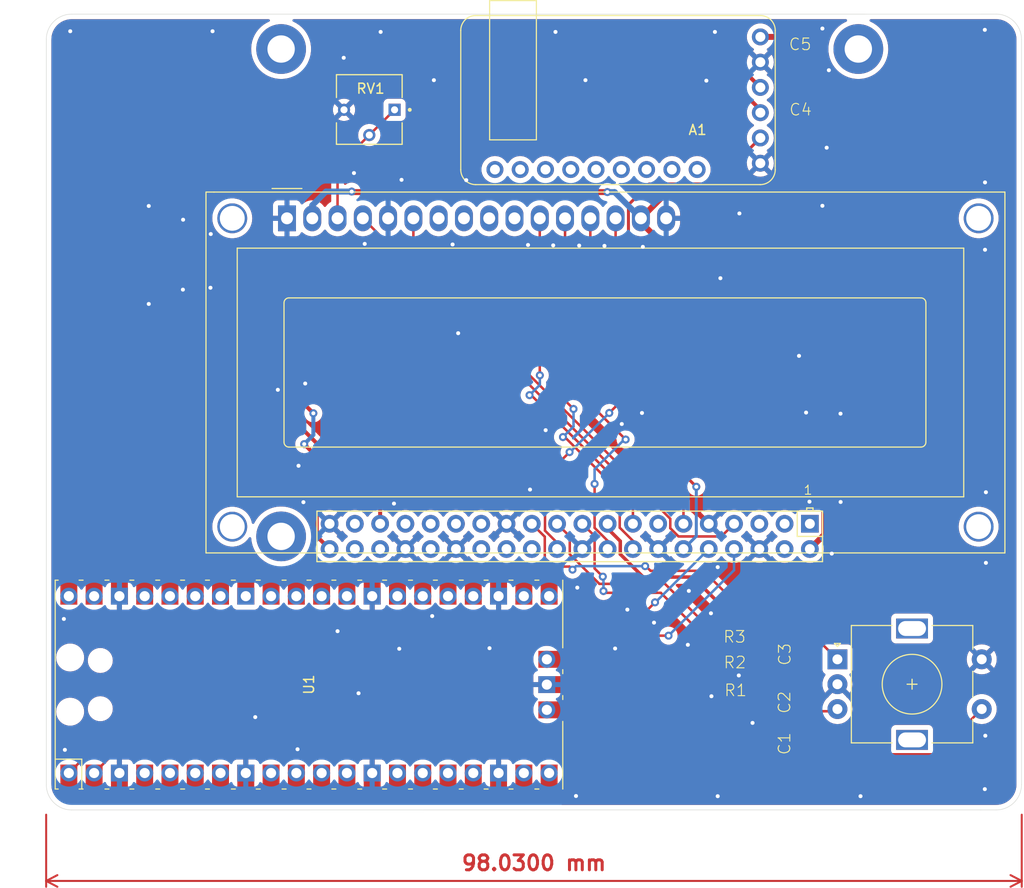
<source format=kicad_pcb>
(kicad_pcb (version 20211014) (generator pcbnew)
  (layers (0 "F.Cu" signal) (31 "B.Cu" signal) (34 "B.Paste" user) (35 "F.Paste" user) (36 "B.SilkS" user "B.Silkscreen") (37 "F.SilkS" user "F.Silkscreen") (38 "B.Mask" user) (39 "F.Mask" user) (44 "Edge.Cuts" user))
  (net 0 "")
  (net 10 "GND")
  (net 11 "/DAC BCK")
  (net 12 "/DAC DIN")
  (net 13 "/DAC LCK")
  (net 14 "+5V")
  (net 15 "/enc sw")
  (net 16 "/enc dt")
  (net 17 "/enc clk")
  (net 18 "Net-(DS1-Pad3)")
  (net 19 "/LCD RS")
  (net 20 "/LCD E")
  (net 25 "/LCD D4")
  (net 26 "/LCD D5")
  (net 27 "/LCD D6")
  (net 28 "/LCD D7")
  (net 29 "+3.3V")
  (net 30 "/midi in")
  (net 31 "/midi out")
  (footprint "Rotary_Encoder:RotaryEncoder_Alps_EC11E-Switch_Vertical_H20mm" (layer "F.Cu") (at 173.1 124.74)
    (fp_text reference "SW1" hide)
    (fp_text value "RotaryEncoder_Switch")
    (pad "A" thru_hole rect (at 0 0) (size 2 2) (drill 1) (layers *.Cu *.Mask) (net 17 "/enc clk"))
    (pad "B" thru_hole circle (at 0 5) (size 2 2) (drill 1) (layers *.Cu *.Mask) (net 16 "/enc dt"))
    (pad "C" thru_hole circle (at 0 2.5) (size 2 2) (drill 1) (layers *.Cu *.Mask) (net 10 "GND"))
    (pad "MP" thru_hole rect (at 7.5 -3.1) (size 3.2 2) (drill oval 2.8 1.5) (layers *.Cu *.Mask))
    (pad "MP" thru_hole rect (at 7.5 8.1) (size 3.2 2) (drill oval 2.8 1.5) (layers *.Cu *.Mask))
    (pad "S1" thru_hole circle (at 14.5 5) (size 2 2) (drill 1) (layers *.Cu *.Mask) (net 15 "/enc sw"))
    (pad "S2" thru_hole circle (at 14.5 0) (size 2 2) (drill 1) (layers *.Cu *.Mask) (net 10 "GND"))
  )
  (footprint "norns-shield-210330:C0805" (layer "F.Cu") (at 169.7 124.27 90)
    (fp_text reference "C3" (at 1.24 -1.21 90) (layer "F.SilkS") (effects (font (size 1.1684 1.1684) (thickness 0.1016)) (justify right bottom)))
    (fp_text value "100nF")
    (pad "1" smd rect (at -0.95 0 90) (size 1.3 1.5) (layers "F.Cu" "F.Paste" "F.Mask") (net 10 "GND"))
    (pad "2" smd rect (at 0.95 0 90) (size 1.3 1.5) (layers "F.Cu" "F.Paste" "F.Mask") (net 17 "/enc clk"))
  )
  (footprint "norns-shield-210330:R0603" (layer "F.Cu") (at 165.54 127.95)
    (fp_text reference "R1" (at -3.88 0.59) (layer "F.SilkS") (effects (font (size 1.1684 1.1684) (thickness 0.1016)) (justify left bottom)))
    (fp_text value "10k")
    (pad "1" smd rect (at -0.85 0) (size 1 1.1) (layers "F.Cu" "F.Paste" "F.Mask") (net 29 "+3.3V"))
    (pad "2" smd rect (at 0.85 0) (size 1 1.1) (layers "F.Cu" "F.Paste" "F.Mask") (net 15 "/enc sw"))
  )
  (footprint "norns-shield-210330:C0805" (layer "F.Cu") (at 169.42 67.48)
    (fp_text reference "C4" (at -1.23 2.68) (layer "F.SilkS") (effects (font (size 1.1684 1.1684) (thickness 0.1016)) (justify left bottom)))
    (fp_text value "10uF")
    (pad "1" smd rect (at -0.95 0) (size 1.3 1.5) (layers "F.Cu" "F.Paste" "F.Mask") (net 10 "GND"))
    (pad "2" smd rect (at 0.95 0) (size 1.3 1.5) (layers "F.Cu" "F.Paste" "F.Mask") (net 14 "+5V"))
  )
  (footprint "norns-shield-210330:R0603" (layer "F.Cu") (at 165.54 125.12)
    (fp_text reference "R2" (at -3.95 0.62) (layer "F.SilkS") (effects (font (size 1.1684 1.1684) (thickness 0.1016)) (justify left bottom)))
    (fp_text value "10k")
    (pad "1" smd rect (at -0.85 0) (size 1 1.1) (layers "F.Cu" "F.Paste" "F.Mask") (net 29 "+3.3V"))
    (pad "2" smd rect (at 0.85 0) (size 1 1.1) (layers "F.Cu" "F.Paste" "F.Mask") (net 16 "/enc dt"))
  )
  (footprint "Display:WC1602A" (layer "F.Cu") (at 117.79 80.4)
    (fp_text reference "DS1" hide)
    (fp_text value "WC1602A")
    (pad "" thru_hole circle (at -5.4991 31.0007) (size 3 3) (drill 2.5) (layers *.Cu *.Mask))
    (pad "" thru_hole circle (at 69.49948 31.0007) (size 3 3) (drill 2.5) (layers *.Cu *.Mask))
    (pad "" thru_hole circle (at -5.4991 0) (size 3 3) (drill 2.5) (layers *.Cu *.Mask))
    (pad "" thru_hole circle (at 69.5 0) (size 3 3) (drill 2.5) (layers *.Cu *.Mask))
    (pad "1" thru_hole rect (at 0 0) (size 1.8 2.6) (drill 1.2) (layers *.Cu *.Mask) (net 10 "GND"))
    (pad "2" thru_hole oval (at 2.54 0) (size 1.8 2.6) (drill 1.2) (layers *.Cu *.Mask) (net 14 "+5V"))
    (pad "3" thru_hole oval (at 5.08 0) (size 1.8 2.6) (drill 1.2) (layers *.Cu *.Mask) (net 18 "Net-(DS1-Pad3)"))
    (pad "4" thru_hole oval (at 7.62 0) (size 1.8 2.6) (drill 1.2) (layers *.Cu *.Mask) (net 19 "/LCD RS"))
    (pad "5" thru_hole oval (at 10.16 0) (size 1.8 2.6) (drill 1.2) (layers *.Cu *.Mask) (net 10 "GND"))
    (pad "6" thru_hole oval (at 12.7 0) (size 1.8 2.6) (drill 1.2) (layers *.Cu *.Mask) (net 20 "/LCD E"))
    (pad "7" thru_hole oval (at 15.24 0) (size 1.8 2.6) (drill 1.2) (layers *.Cu *.Mask))
    (pad "8" thru_hole oval (at 17.78 0) (size 1.8 2.6) (drill 1.2) (layers *.Cu *.Mask))
    (pad "9" thru_hole oval (at 20.32 0) (size 1.8 2.6) (drill 1.2) (layers *.Cu *.Mask))
    (pad "10" thru_hole oval (at 22.86 0) (size 1.8 2.6) (drill 1.2) (layers *.Cu *.Mask))
    (pad "11" thru_hole oval (at 25.4 0) (size 1.8 2.6) (drill 1.2) (layers *.Cu *.Mask) (net 25 "/LCD D4"))
    (pad "12" thru_hole oval (at 27.94 0) (size 1.8 2.6) (drill 1.2) (layers *.Cu *.Mask) (net 26 "/LCD D5"))
    (pad "13" thru_hole oval (at 30.48 0) (size 1.8 2.6) (drill 1.2) (layers *.Cu *.Mask) (net 27 "/LCD D6"))
    (pad "14" thru_hole oval (at 33.02 0) (size 1.8 2.6) (drill 1.2) (layers *.Cu *.Mask) (net 28 "/LCD D7"))
    (pad "15" thru_hole oval (at 35.56 0) (size 1.8 2.6) (drill 1.2) (layers *.Cu *.Mask) (net 14 "+5V"))
    (pad "16" thru_hole oval (at 38.1 0) (size 1.8 2.6) (drill 1.2) (layers *.Cu *.Mask) (net 10 "GND"))
  )
  (footprint "norns-shield-210330:C0805" (layer "F.Cu") (at 169.7 129.01 -90)
    (fp_text reference "C2" (at -1.15 1.24 90) (layer "F.SilkS") (effects (font (size 1.1684 1.1684) (thickness 0.1016)) (justify right bottom)))
    (fp_text value "100nF")
    (pad "1" smd rect (at -0.95 0 270) (size 1.3 1.5) (layers "F.Cu" "F.Paste" "F.Mask") (net 10 "GND"))
    (pad "2" smd rect (at 0.95 0 270) (size 1.3 1.5) (layers "F.Cu" "F.Paste" "F.Mask") (net 16 "/enc dt"))
  )
  (footprint "norns-shield-210330:C0805" (layer "F.Cu") (at 169.74 133.34 -90)
    (fp_text reference "C1" (at -1.33 1.28 90) (layer "F.SilkS") (effects (font (size 1.1684 1.1684) (thickness 0.1016)) (justify right bottom)))
    (fp_text value "100nF")
    (pad "1" smd rect (at -0.95 0 270) (size 1.3 1.5) (layers "F.Cu" "F.Paste" "F.Mask") (net 10 "GND"))
    (pad "2" smd rect (at 0.95 0 270) (size 1.3 1.5) (layers "F.Cu" "F.Paste" "F.Mask") (net 15 "/enc sw"))
  )
  (footprint "norns-shield-210330:R0603" (layer "F.Cu") (at 165.5 122.55 180)
    (fp_text reference "R3" (at 1.53 -0.61) (layer "F.SilkS") (effects (font (size 1.1684 1.1684) (thickness 0.1016)) (justify right bottom)))
    (fp_text value "10k")
    (pad "1" smd rect (at -0.85 0 180) (size 1 1.1) (layers "F.Cu" "F.Paste" "F.Mask") (net 17 "/enc clk"))
    (pad "2" smd rect (at 0.85 0 180) (size 1 1.1) (layers "F.Cu" "F.Paste" "F.Mask") (net 29 "+3.3V"))
  )
  (footprint "MCU_RaspberryPi_and_Boards:RPi_Pico_SMD_TH" (layer "F.Cu") (at 120 127.28 90)
    (fp_text reference "U1" (at 0 0 90) (layer "F.SilkS"))
    (fp_text value "Pico")
    (pad "" np_thru_hole oval (at -2.425 -20.97 90) (size 1.5 1.5) (drill 1.5) (layers *.Cu *.Mask))
    (pad "" np_thru_hole oval (at 2.425 -20.97 90) (size 1.5 1.5) (drill 1.5) (layers *.Cu *.Mask))
    (pad "" np_thru_hole oval (at 2.725 -24 90) (size 1.8 1.8) (drill 1.8) (layers *.Cu *.Mask))
    (pad "" np_thru_hole oval (at -2.725 -24 90) (size 1.8 1.8) (drill 1.8) (layers *.Cu *.Mask))
    (pad "1" thru_hole oval (at -8.89 -24.13 90) (size 1.7 1.7) (drill 1.02) (layers *.Cu *.Mask) (net 30 "/midi in"))
    (pad "1" smd rect (at -8.89 -24.13 90) (size 3.5 1.7) (drill (offset -0.9 0)) (layers "F.Cu" "F.Mask") (net 30 "/midi in"))
    (pad "2" smd rect (at -8.89 -21.59 90) (size 3.5 1.7) (drill (offset -0.9 0)) (layers "F.Cu" "F.Mask") (net 31 "/midi out"))
    (pad "2" thru_hole oval (at -8.89 -21.59 90) (size 1.7 1.7) (drill 1.02) (layers *.Cu *.Mask) (net 31 "/midi out"))
    (pad "3" thru_hole rect (at -8.89 -19.05 90) (size 1.7 1.7) (drill 1.02) (layers *.Cu *.Mask) (net 10 "GND"))
    (pad "3" smd rect (at -8.89 -19.05 90) (size 3.5 1.7) (drill (offset -0.9 0)) (layers "F.Cu" "F.Mask") (net 10 "GND"))
    (pad "4" smd rect (at -8.89 -16.51 90) (size 3.5 1.7) (drill (offset -0.9 0)) (layers "F.Cu" "F.Mask"))
    (pad "4" thru_hole oval (at -8.89 -16.51 90) (size 1.7 1.7) (drill 1.02) (layers *.Cu *.Mask))
    (pad "5" smd rect (at -8.89 -13.97 90) (size 3.5 1.7) (drill (offset -0.9 0)) (layers "F.Cu" "F.Mask"))
    (pad "5" thru_hole oval (at -8.89 -13.97 90) (size 1.7 1.7) (drill 1.02) (layers *.Cu *.Mask))
    (pad "6" thru_hole oval (at -8.89 -11.43 90) (size 1.7 1.7) (drill 1.02) (layers *.Cu *.Mask))
    (pad "6" smd rect (at -8.89 -11.43 90) (size 3.5 1.7) (drill (offset -0.9 0)) (layers "F.Cu" "F.Mask"))
    (pad "7" thru_hole oval (at -8.89 -8.89 90) (size 1.7 1.7) (drill 1.02) (layers *.Cu *.Mask))
    (pad "7" smd rect (at -8.89 -8.89 90) (size 3.5 1.7) (drill (offset -0.9 0)) (layers "F.Cu" "F.Mask"))
    (pad "8" smd rect (at -8.89 -6.35 90) (size 3.5 1.7) (drill (offset -0.9 0)) (layers "F.Cu" "F.Mask") (net 10 "GND"))
    (pad "8" thru_hole rect (at -8.89 -6.35 90) (size 1.7 1.7) (drill 1.02) (layers *.Cu *.Mask) (net 10 "GND"))
    (pad "9" smd rect (at -8.89 -3.81 90) (size 3.5 1.7) (drill (offset -0.9 0)) (layers "F.Cu" "F.Mask"))
    (pad "9" thru_hole oval (at -8.89 -3.81 90) (size 1.7 1.7) (drill 1.02) (layers *.Cu *.Mask))
    (pad "10" thru_hole oval (at -8.89 -1.27 90) (size 1.7 1.7) (drill 1.02) (layers *.Cu *.Mask))
    (pad "10" smd rect (at -8.89 -1.27 90) (size 3.5 1.7) (drill (offset -0.9 0)) (layers "F.Cu" "F.Mask"))
    (pad "11" smd rect (at -8.89 1.27 90) (size 3.5 1.7) (drill (offset -0.9 0)) (layers "F.Cu" "F.Mask"))
    (pad "11" thru_hole oval (at -8.89 1.27 90) (size 1.7 1.7) (drill 1.02) (layers *.Cu *.Mask))
    (pad "12" smd rect (at -8.89 3.81 90) (size 3.5 1.7) (drill (offset -0.9 0)) (layers "F.Cu" "F.Mask"))
    (pad "12" thru_hole oval (at -8.89 3.81 90) (size 1.7 1.7) (drill 1.02) (layers *.Cu *.Mask))
    (pad "13" smd rect (at -8.89 6.35 90) (size 3.5 1.7) (drill (offset -0.9 0)) (layers "F.Cu" "F.Mask") (net 10 "GND"))
    (pad "13" thru_hole rect (at -8.89 6.35 90) (size 1.7 1.7) (drill 1.02) (layers *.Cu *.Mask) (net 10 "GND"))
    (pad "14" smd rect (at -8.89 8.89 90) (size 3.5 1.7) (drill (offset -0.9 0)) (layers "F.Cu" "F.Mask"))
    (pad "14" thru_hole oval (at -8.89 8.89 90) (size 1.7 1.7) (drill 1.02) (layers *.Cu *.Mask))
    (pad "15" thru_hole oval (at -8.89 11.43 90) (size 1.7 1.7) (drill 1.02) (layers *.Cu *.Mask))
    (pad "15" smd rect (at -8.89 11.43 90) (size 3.5 1.7) (drill (offset -0.9 0)) (layers "F.Cu" "F.Mask"))
    (pad "16" thru_hole oval (at -8.89 13.97 90) (size 1.7 1.7) (drill 1.02) (layers *.Cu *.Mask))
    (pad "16" smd rect (at -8.89 13.97 90) (size 3.5 1.7) (drill (offset -0.9 0)) (layers "F.Cu" "F.Mask"))
    (pad "17" smd rect (at -8.89 16.51 90) (size 3.5 1.7) (drill (offset -0.9 0)) (layers "F.Cu" "F.Mask"))
    (pad "17" thru_hole oval (at -8.89 16.51 90) (size 1.7 1.7) (drill 1.02) (layers *.Cu *.Mask))
    (pad "18" thru_hole rect (at -8.89 19.05 90) (size 1.7 1.7) (drill 1.02) (layers *.Cu *.Mask) (net 10 "GND"))
    (pad "18" smd rect (at -8.89 19.05 90) (size 3.5 1.7) (drill (offset -0.9 0)) (layers "F.Cu" "F.Mask") (net 10 "GND"))
    (pad "19" smd rect (at -8.89 21.59 90) (size 3.5 1.7) (drill (offset -0.9 0)) (layers "F.Cu" "F.Mask"))
    (pad "19" thru_hole oval (at -8.89 21.59 90) (size 1.7 1.7) (drill 1.02) (layers *.Cu *.Mask))
    (pad "20" thru_hole oval (at -8.89 24.13 90) (size 1.7 1.7) (drill 1.02) (layers *.Cu *.Mask))
    (pad "20" smd rect (at -8.89 24.13 90) (size 3.5 1.7) (drill (offset -0.9 0)) (layers "F.Cu" "F.Mask"))
    (pad "21" smd rect (at 8.89 24.13 90) (size 3.5 1.7) (drill (offset 0.9 0)) (layers "F.Cu" "F.Mask"))
    (pad "21" thru_hole oval (at 8.89 24.13 90) (size 1.7 1.7) (drill 1.02) (layers *.Cu *.Mask))
    (pad "22" smd rect (at 8.89 21.59 90) (size 3.5 1.7) (drill (offset 0.9 0)) (layers "F.Cu" "F.Mask"))
    (pad "22" thru_hole oval (at 8.89 21.59 90) (size 1.7 1.7) (drill 1.02) (layers *.Cu *.Mask))
    (pad "23" smd rect (at 8.89 19.05 90) (size 3.5 1.7) (drill (offset 0.9 0)) (layers "F.Cu" "F.Mask") (net 10 "GND"))
    (pad "23" thru_hole rect (at 8.89 19.05 90) (size 1.7 1.7) (drill 1.02) (layers *.Cu *.Mask) (net 10 "GND"))
    (pad "24" thru_hole oval (at 8.89 16.51 90) (size 1.7 1.7) (drill 1.02) (layers *.Cu *.Mask))
    (pad "24" smd rect (at 8.89 16.51 90) (size 3.5 1.7) (drill (offset 0.9 0)) (layers "F.Cu" "F.Mask"))
    (pad "25" smd rect (at 8.89 13.97 90) (size 3.5 1.7) (drill (offset 0.9 0)) (layers "F.Cu" "F.Mask"))
    (pad "25" thru_hole oval (at 8.89 13.97 90) (size 1.7 1.7) (drill 1.02) (layers *.Cu *.Mask))
    (pad "26" thru_hole oval (at 8.89 11.43 90) (size 1.7 1.7) (drill 1.02) (layers *.Cu *.Mask))
    (pad "26" smd rect (at 8.89 11.43 90) (size 3.5 1.7) (drill (offset 0.9 0)) (layers "F.Cu" "F.Mask"))
    (pad "27" smd rect (at 8.89 8.89 90) (size 3.5 1.7) (drill (offset 0.9 0)) (layers "F.Cu" "F.Mask"))
    (pad "27" thru_hole oval (at 8.89 8.89 90) (size 1.7 1.7) (drill 1.02) (layers *.Cu *.Mask))
    (pad "28" thru_hole rect (at 8.89 6.35 90) (size 1.7 1.7) (drill 1.02) (layers *.Cu *.Mask) (net 10 "GND"))
    (pad "28" smd rect (at 8.89 6.35 90) (size 3.5 1.7) (drill (offset 0.9 0)) (layers "F.Cu" "F.Mask") (net 10 "GND"))
    (pad "29" smd rect (at 8.89 3.81 90) (size 3.5 1.7) (drill (offset 0.9 0)) (layers "F.Cu" "F.Mask"))
    (pad "29" thru_hole oval (at 8.89 3.81 90) (size 1.7 1.7) (drill 1.02) (layers *.Cu *.Mask))
    (pad "30" smd rect (at 8.89 1.27 90) (size 3.5 1.7) (drill (offset 0.9 0)) (layers "F.Cu" "F.Mask"))
    (pad "30" thru_hole oval (at 8.89 1.27 90) (size 1.7 1.7) (drill 1.02) (layers *.Cu *.Mask))
    (pad "31" smd rect (at 8.89 -1.27 90) (size 3.5 1.7) (drill (offset 0.9 0)) (layers "F.Cu" "F.Mask"))
    (pad "31" thru_hole oval (at 8.89 -1.27 90) (size 1.7 1.7) (drill 1.02) (layers *.Cu *.Mask))
    (pad "32" smd rect (at 8.89 -3.81 90) (size 3.5 1.7) (drill (offset 0.9 0)) (layers "F.Cu" "F.Mask"))
    (pad "32" thru_hole oval (at 8.89 -3.81 90) (size 1.7 1.7) (drill 1.02) (layers *.Cu *.Mask))
    (pad "33" thru_hole rect (at 8.89 -6.35 90) (size 1.7 1.7) (drill 1.02) (layers *.Cu *.Mask))
    (pad "33" smd rect (at 8.89 -6.35 90) (size 3.5 1.7) (drill (offset 0.9 0)) (layers "F.Cu" "F.Mask"))
    (pad "34" smd rect (at 8.89 -8.89 90) (size 3.5 1.7) (drill (offset 0.9 0)) (layers "F.Cu" "F.Mask"))
    (pad "34" thru_hole oval (at 8.89 -8.89 90) (size 1.7 1.7) (drill 1.02) (layers *.Cu *.Mask))
    (pad "35" thru_hole oval (at 8.89 -11.43 90) (size 1.7 1.7) (drill 1.02) (layers *.Cu *.Mask))
    (pad "35" smd rect (at 8.89 -11.43 90) (size 3.5 1.7) (drill (offset 0.9 0)) (layers "F.Cu" "F.Mask"))
    (pad "36" thru_hole oval (at 8.89 -13.97 90) (size 1.7 1.7) (drill 1.02) (layers *.Cu *.Mask))
    (pad "36" smd rect (at 8.89 -13.97 90) (size 3.5 1.7) (drill (offset 0.9 0)) (layers "F.Cu" "F.Mask"))
    (pad "37" smd rect (at 8.89 -16.51 90) (size 3.5 1.7) (drill (offset 0.9 0)) (layers "F.Cu" "F.Mask"))
    (pad "37" thru_hole oval (at 8.89 -16.51 90) (size 1.7 1.7) (drill 1.02) (layers *.Cu *.Mask))
    (pad "38" thru_hole rect (at 8.89 -19.05 90) (size 1.7 1.7) (drill 1.02) (layers *.Cu *.Mask) (net 10 "GND"))
    (pad "38" smd rect (at 8.89 -19.05 90) (size 3.5 1.7) (drill (offset 0.9 0)) (layers "F.Cu" "F.Mask") (net 10 "GND"))
    (pad "39" thru_hole oval (at 8.89 -21.59 90) (size 1.7 1.7) (drill 1.02) (layers *.Cu *.Mask))
    (pad "39" smd rect (at 8.89 -21.59 90) (size 3.5 1.7) (drill (offset 0.9 0)) (layers "F.Cu" "F.Mask"))
    (pad "40" thru_hole oval (at 8.89 -24.13 90) (size 1.7 1.7) (drill 1.02) (layers *.Cu *.Mask))
    (pad "40" smd rect (at 8.89 -24.13 90) (size 3.5 1.7) (drill (offset 0.9 0)) (layers "F.Cu" "F.Mask"))
    (pad "41" thru_hole oval (at -2.54 23.9 90) (size 1.7 1.7) (drill 1.02) (layers *.Cu *.Mask))
    (pad "41" smd rect (at -2.54 23.9 180) (size 3.5 1.7) (drill (offset -0.9 0)) (layers "F.Cu" "F.Mask"))
    (pad "42" thru_hole rect (at 0 23.9 90) (size 1.7 1.7) (drill 1.02) (layers *.Cu *.Mask) (net 10 "GND"))
    (pad "42" smd rect (at 0 23.9 180) (size 3.5 1.7) (drill (offset -0.9 0)) (layers "F.Cu" "F.Mask") (net 10 "GND"))
    (pad "43" smd rect (at 2.54 23.9 180) (size 3.5 1.7) (drill (offset -0.9 0)) (layers "F.Cu" "F.Mask"))
    (pad "43" thru_hole oval (at 2.54 23.9 90) (size 1.7 1.7) (drill 1.02) (layers *.Cu *.Mask))
  )
  (footprint "norns-shield-210330:GY-PCM5102" (layer "F.Cu") (at 151.05 68.51 180)
    (fp_text reference "A1" (at -8 -3) (layer "F.SilkS"))
    (fp_text value "GY-PCM5102")
    (pad "1" thru_hole circle locked (at -14.305 -6.35 180) (size 1.7 1.7) (drill 1) (layers *.Cu *.Mask) (net 10 "GND"))
    (pad "2" thru_hole circle locked (at -14.305 -3.81 180) (size 1.7 1.7) (drill 1) (layers *.Cu *.Mask) (net 11 "/DAC BCK"))
    (pad "3" thru_hole circle locked (at -14.305 -1.27 180) (size 1.7 1.7) (drill 1) (layers *.Cu *.Mask) (net 12 "/DAC DIN"))
    (pad "4" thru_hole circle locked (at -14.305 1.27 180) (size 1.7 1.7) (drill 1) (layers *.Cu *.Mask) (net 13 "/DAC LCK"))
    (pad "5" thru_hole circle locked (at -14.305 3.81 180) (size 1.7 1.7) (drill 1) (layers *.Cu *.Mask) (net 10 "GND"))
    (pad "6" thru_hole circle locked (at -14.305 6.35 180) (size 1.7 1.7) (drill 1) (layers *.Cu *.Mask) (net 14 "+5V"))
    (pad "7" thru_hole circle locked (at 12.365 -6.985 180) (size 1.7 1.7) (drill 1) (layers *.Cu *.Mask))
    (pad "8" thru_hole circle locked (at 9.825 -6.985 180) (size 1.7 1.7) (drill 1) (layers *.Cu *.Mask))
    (pad "9" thru_hole circle locked (at 7.285 -6.985 180) (size 1.7 1.7) (drill 1) (layers *.Cu *.Mask))
    (pad "10" thru_hole circle locked (at 4.745 -6.985 180) (size 1.7 1.7) (drill 1) (layers *.Cu *.Mask))
    (pad "11" thru_hole circle locked (at 2.205 -6.985 180) (size 1.7 1.7) (drill 1) (layers *.Cu *.Mask))
    (pad "12" thru_hole circle locked (at -0.335 -6.985 180) (size 1.7 1.7) (drill 1) (layers *.Cu *.Mask))
    (pad "13" thru_hole circle locked (at -2.875 -6.985 180) (size 1.7 1.7) (drill 1) (layers *.Cu *.Mask))
    (pad "14" thru_hole circle locked (at -5.415 -6.985 180) (size 1.7 1.7) (drill 1) (layers *.Cu *.Mask))
    (pad "15" thru_hole circle locked (at -7.955 -6.985 180) (size 1.7 1.7) (drill 1) (layers *.Cu *.Mask))
  )
  (footprint "Potentiometer_THT:TRIM_3362P-1-103" (layer "F.Cu") (at 126.06 69.49 180)
    (fp_text reference "RV1" (at -0.13 2.13) (layer "F.SilkS") (effects (font (size 1.002756 1.002756))))
    (fp_text value "10k")
    (pad "1" thru_hole rect locked (at -2.54 0 180) (size 1.222 1.222) (drill 0.714) (layers *.Cu *.Mask) (net 18 "Net-(DS1-Pad3)"))
    (pad "2" thru_hole circle locked (at 0 -2.54 180) (size 1.222 1.222) (drill 0.714) (layers *.Cu *.Mask) (net 18 "Net-(DS1-Pad3)"))
    (pad "3" thru_hole circle locked (at 2.54 0 180) (size 1.222 1.222) (drill 0.714) (layers *.Cu *.Mask) (net 10 "GND"))
  )
  (footprint "norns-shield-210330:RASPI_BOARD_B+_EDGES_3DRILL" (layer "F.Cu") (at 178.7 59.88 180)
    (fp_text reference "X1" hide)
    (fp_text value "RASPI_BOARD_B+#_E0" hide)
    (fp_text user "1" (at 8.0525 -48.3725) (layer "F.SilkS") (effects (font (size 0.9144 0.9144) (thickness 0.1016)) (justify right bottom)))
    (pad "" np_thru_hole circle (at 61.5 -3.5 180) (size 5 5) (drill 2.75) (layers F&B.Cu *.Mask))
    (pad "" np_thru_hole circle (at 3.5 -3.5 180) (size 5 5) (drill 2.75) (layers F&B.Cu *.Mask))
    (pad "" np_thru_hole circle (at 61.5 -52.5 180) (size 5 5) (drill 2.75) (layers F&B.Cu *.Mask))
    (pad "1" thru_hole rect (at 8.37 -51.23 180) (size 1.778 1.778) (drill 1) (layers *.Cu *.Mask))
    (pad "2" thru_hole circle (at 8.37 -53.77 180) (size 1.778 1.778) (drill 1) (layers *.Cu *.Mask) (net 14 "+5V"))
    (pad "3" thru_hole circle (at 10.91 -51.23 180) (size 1.778 1.778) (drill 1) (layers *.Cu *.Mask))
    (pad "4" thru_hole circle (at 10.91 -53.77 180) (size 1.778 1.778) (drill 1) (layers *.Cu *.Mask))
    (pad "5" thru_hole circle (at 13.45 -51.23 180) (size 1.778 1.778) (drill 1) (layers *.Cu *.Mask))
    (pad "6" thru_hole circle (at 13.45 -53.77 180) (size 1.778 1.778) (drill 1) (layers *.Cu *.Mask) (net 10 "GND"))
    (pad "7" thru_hole circle (at 15.99 -51.23 180) (size 1.778 1.778) (drill 1) (layers *.Cu *.Mask) (net 19 "/LCD RS"))
    (pad "8" thru_hole circle (at 15.99 -53.77 180) (size 1.778 1.778) (drill 1) (layers *.Cu *.Mask) (net 31 "/midi out"))
    (pad "9" thru_hole circle (at 18.53 -51.23 180) (size 1.778 1.778) (drill 1) (layers *.Cu *.Mask) (net 10 "GND"))
    (pad "10" thru_hole circle (at 18.53 -53.77 180) (size 1.778 1.778) (drill 1) (layers *.Cu *.Mask) (net 30 "/midi in"))
    (pad "11" thru_hole circle (at 21.07 -51.23 180) (size 1.778 1.778) (drill 1) (layers *.Cu *.Mask) (net 20 "/LCD E"))
    (pad "12" thru_hole circle (at 21.07 -53.77 180) (size 1.778 1.778) (drill 1) (layers *.Cu *.Mask) (net 11 "/DAC BCK"))
    (pad "13" thru_hole circle (at 23.61 -51.23 180) (size 1.778 1.778) (drill 1) (layers *.Cu *.Mask))
    (pad "14" thru_hole circle (at 23.61 -53.77 180) (size 1.778 1.778) (drill 1) (layers *.Cu *.Mask) (net 10 "GND"))
    (pad "15" thru_hole circle (at 26.15 -51.23 180) (size 1.778 1.778) (drill 1) (layers *.Cu *.Mask) (net 25 "/LCD D4"))
    (pad "16" thru_hole circle (at 26.15 -53.77 180) (size 1.778 1.778) (drill 1) (layers *.Cu *.Mask) (net 26 "/LCD D5"))
    (pad "17" thru_hole circle (at 28.69 -51.23 180) (size 1.778 1.778) (drill 1) (layers *.Cu *.Mask) (net 29 "+3.3V"))
    (pad "18" thru_hole circle (at 28.69 -53.77 180) (size 1.778 1.778) (drill 1) (layers *.Cu *.Mask) (net 27 "/LCD D6"))
    (pad "19" thru_hole circle (at 31.23 -51.23 180) (size 1.778 1.778) (drill 1) (layers *.Cu *.Mask) (net 15 "/enc sw"))
    (pad "20" thru_hole circle (at 31.23 -53.77 180) (size 1.778 1.778) (drill 1) (layers *.Cu *.Mask) (net 10 "GND"))
    (pad "21" thru_hole circle (at 33.77 -51.23 180) (size 1.778 1.778) (drill 1) (layers *.Cu *.Mask) (net 16 "/enc dt"))
    (pad "22" thru_hole circle (at 33.77 -53.77 180) (size 1.778 1.778) (drill 1) (layers *.Cu *.Mask) (net 28 "/LCD D7"))
    (pad "23" thru_hole circle (at 36.31 -51.23 180) (size 1.778 1.778) (drill 1) (layers *.Cu *.Mask) (net 17 "/enc clk"))
    (pad "24" thru_hole circle (at 36.31 -53.77 180) (size 1.778 1.778) (drill 1) (layers *.Cu *.Mask))
    (pad "25" thru_hole circle (at 38.85 -51.23 180) (size 1.778 1.778) (drill 1) (layers *.Cu *.Mask) (net 10 "GND"))
    (pad "26" thru_hole circle (at 38.85 -53.77 180) (size 1.778 1.778) (drill 1) (layers *.Cu *.Mask))
    (pad "27" thru_hole circle (at 41.39 -51.23 180) (size 1.778 1.778) (drill 1) (layers *.Cu *.Mask))
    (pad "28" thru_hole circle (at 41.39 -53.77 180) (size 1.778 1.778) (drill 1) (layers *.Cu *.Mask))
    (pad "29" thru_hole circle (at 43.93 -51.23 180) (size 1.778 1.778) (drill 1) (layers *.Cu *.Mask))
    (pad "30" thru_hole circle (at 43.93 -53.77 180) (size 1.778 1.778) (drill 1) (layers *.Cu *.Mask) (net 10 "GND"))
    (pad "31" thru_hole circle (at 46.47 -51.23 180) (size 1.778 1.778) (drill 1) (layers *.Cu *.Mask))
    (pad "32" thru_hole circle (at 46.47 -53.77 180) (size 1.778 1.778) (drill 1) (layers *.Cu *.Mask))
    (pad "33" thru_hole circle (at 49.01 -51.23 180) (size 1.778 1.778) (drill 1) (layers *.Cu *.Mask))
    (pad "34" thru_hole circle (at 49.01 -53.77 180) (size 1.778 1.778) (drill 1) (layers *.Cu *.Mask) (net 10 "GND"))
    (pad "35" thru_hole circle (at 51.55 -51.23 180) (size 1.778 1.778) (drill 1) (layers *.Cu *.Mask) (net 13 "/DAC LCK"))
    (pad "36" thru_hole circle (at 51.55 -53.77 180) (size 1.778 1.778) (drill 1) (layers *.Cu *.Mask))
    (pad "37" thru_hole circle (at 54.09 -51.23 180) (size 1.778 1.778) (drill 1) (layers *.Cu *.Mask))
    (pad "38" thru_hole circle (at 54.09 -53.77 180) (size 1.778 1.778) (drill 1) (layers *.Cu *.Mask))
    (pad "39" thru_hole circle (at 56.63 -51.23 180) (size 1.778 1.778) (drill 1) (layers *.Cu *.Mask) (net 10 "GND"))
    (pad "40" thru_hole circle (at 56.63 -53.77 180) (size 1.778 1.778) (drill 1) (layers *.Cu *.Mask) (net 12 "/DAC DIN"))
  )
  (footprint "norns-shield-210330:C0805" (layer "F.Cu") (at 169.42 64.86)
    (fp_text reference "C5" (at -1.27 -1.27) (layer "F.SilkS") (effects (font (size 1.1684 1.1684) (thickness 0.1016)) (justify left bottom)))
    (fp_text value "100nF")
    (pad "1" smd rect (at -0.95 0) (size 1.3 1.5) (layers "F.Cu" "F.Paste" "F.Mask") (net 10 "GND"))
    (pad "2" smd rect (at 0.95 0) (size 1.3 1.5) (layers "F.Cu" "F.Paste" "F.Mask") (net 14 "+5V"))
  )
  (gr_line (start 187.5 139.88) (end 189.053949 139.88) (layer "Edge.Cuts") (width 0.05))
  (gr_line (start 191.593949 137.34) (end 191.593949 62.41) (layer "Edge.Cuts") (width 0.05))
  (gr_line (start 96.1461 139.883) (end 187.5 139.88) (layer "Edge.Cuts") (width 0.05))
  (gr_arc (start 189.053949 59.87) (mid 190.85 60.613949) (end 191.593949 62.41) (layer "Edge.Cuts") (width 0.05))
  (gr_line (start 93.6061 62.413) (end 93.6061 137.343) (layer "Edge.Cuts") (width 0.05))
  (gr_arc (start 96.1461 139.883) (mid 94.350049 139.139051) (end 93.6061 137.343) (layer "Edge.Cuts") (width 0.05))
  (gr_line (start 189.053949 59.87) (end 96.1461 59.873) (layer "Edge.Cuts") (width 0.05))
  (gr_arc (start 93.6061 62.413) (mid 94.350049 60.616949) (end 96.1461 59.873) (layer "Edge.Cuts") (width 0.05))
  (gr_arc (start 191.593949 137.34) (mid 190.85 139.136051) (end 189.053949 139.88) (layer "Edge.Cuts") (width 0.05))
  (dimension (type aligned) (layer "F.Cu") (pts (xy 93.59 139.86) (xy 191.62 139.86)) (height 7.16) (gr_text "98.0300 mm" (at 142.605 145.22) (layer "F.Cu") (effects (font (size 1.5 1.5) (thickness 0.3)))) (format (units 3) (units_format 1) (precision 4)) (style (thickness 0.2) (arrow_length 1.27) (text_position_mode 0) (extension_height 0.58642) (extension_offset 0.5) keep_text_aligned))
  (via (at 151.43 101.08) (size 0.8) (drill 0.4) (layers "F.Cu" "B.Cu") (net 10))
  (via (at 118.85 133.78) (size 0.8) (drill 0.4) (layers "F.Cu" "B.Cu") (net 10))
  (via (at 147.78 66.51) (size 0.8) (drill 0.4) (layers "F.Cu" "B.Cu") (net 10))
  (via (at 187.96 132.42) (size 0.8) (drill 0.4) (layers "F.Cu" "B.Cu") (net 10))
  (via (at 107.33 87.57) (size 0.8) (drill 0.4) (layers "F.Cu" "B.Cu") (net 10))
  (via (at 187.91 137.79) (size 0.8) (drill 0.4) (layers "F.Cu" "B.Cu") (net 10))
  (via (at 169.24 94.23) (size 0.8) (drill 0.4) (layers "F.Cu" "B.Cu") (net 10))
  (via (at 158.07 123.28) (size 0.8) (drill 0.4) (layers "F.Cu" "B.Cu") (net 10))
  (via (at 171.59 79.14) (size 0.8) (drill 0.4) (layers "F.Cu" "B.Cu") (net 10))
  (via (at 135.8 76.56) (size 0.8) (drill 0.4) (layers "F.Cu" "B.Cu") (net 10))
  (via (at 116.87 97.64) (size 0.8) (drill 0.4) (layers "F.Cu" "B.Cu") (net 10))
  (via (at 188.02 115.04) (size 0.8) (drill 0.4) (layers "F.Cu" "B.Cu") (net 10))
  (via (at 173.42 108.92) (size 0.8) (drill 0.4) (layers "F.Cu" "B.Cu") (net 10))
  (via (at 142.01 83.08) (size 0.8) (drill 0.4) (layers "F.Cu" "B.Cu") (net 10))
  (via (at 138.14 123.62) (size 0.8) (drill 0.4) (layers "F.Cu" "B.Cu") (net 10))
  (via (at 110.1 87.38) (size 0.8) (drill 0.4) (layers "F.Cu" "B.Cu") (net 10))
  (via (at 175.42 138.5) (size 0.8) (drill 0.4) (layers "F.Cu" "B.Cu") (net 10))
  (via (at 144.77 61.66) (size 0.8) (drill 0.4) (layers "F.Cu" "B.Cu") (net 10))
  (via (at 150.76 123.65) (size 0.8) (drill 0.4) (layers "F.Cu" "B.Cu") (net 10))
  (via (at 173.41 100.04) (size 0.8) (drill 0.4) (layers "F.Cu" "B.Cu") (net 10))
  (via (at 128.54 109.08) (size 0.8) (drill 0.4) (layers "F.Cu" "B.Cu") (net 10))
  (via (at 146.83 138.48) (size 0.8) (drill 0.4) (layers "F.Cu" "B.Cu") (net 10))
  (via (at 122.87 121.91) (size 0.8) (drill 0.4) (layers "F.Cu" "B.Cu") (net 10))
  (via (at 161.07 138.5) (size 0.8) (drill 0.4) (layers "F.Cu" "B.Cu") (net 10))
  (via (at 103.9 89.01) (size 0.8) (drill 0.4) (layers "F.Cu" "B.Cu") (net 10))
  (via (at 95.47 133.84) (size 0.8) (drill 0.4) (layers "F.Cu" "B.Cu") (net 10))
  (via (at 96.01 61.59) (size 0.8) (drill 0.4) (layers "F.Cu" "B.Cu") (net 10))
  (via (at 171.59 61.32) (size 0.8) (drill 0.4) (layers "F.Cu" "B.Cu") (net 10))
  (via (at 125.6 82.97) (size 0.8) (drill 0.4) (layers "F.Cu" "B.Cu") (net 10))
  (via (at 161.34 86.42) (size 0.8) (drill 0.4) (layers "F.Cu" "B.Cu") (net 10))
  (via (at 127.2 61.66) (size 0.8) (drill 0.4) (layers "F.Cu" "B.Cu") (net 10))
  (via (at 134.99 91.95) (size 0.8) (drill 0.4) (layers "F.Cu" "B.Cu") (net 10))
  (via (at 144.54 83.12) (size 0.8) (drill 0.4) (layers "F.Cu" "B.Cu") (net 10))
  (via (at 164.57 131.13) (size 0.8) (drill 0.4) (layers "F.Cu" "B.Cu") (net 10))
  (via (at 172.53 114.11) (size 0.8) (drill 0.4) (layers "F.Cu" "B.Cu") (net 10))
  (via (at 147.15 83.14) (size 0.8) (drill 0.4) (layers "F.Cu" "B.Cu") (net 10))
  (via (at 107.35 80.54) (size 0.8) (drill 0.4) (layers "F.Cu" "B.Cu") (net 10))
  (via (at 143.78 101.7) (size 0.8) (drill 0.4) (layers "F.Cu" "B.Cu") (net 10))
  (via (at 160.79 61.66) (size 0.8) (drill 0.4) (layers "F.Cu" "B.Cu") (net 10))
  (via (at 160.44 128.45) (size 0.8) (drill 0.4) (layers "F.Cu" "B.Cu") (net 10))
  (via (at 187.93 76.79) (size 0.8) (drill 0.4) (layers "F.Cu" "B.Cu") (net 10))
  (via (at 129.07 123.68) (size 0.8) (drill 0.4) (layers "F.Cu" "B.Cu") (net 10))
  (via (at 103.9 79.16) (size 0.8) (drill 0.4) (layers "F.Cu" "B.Cu") (net 10))
  (via (at 119.62 97.01) (size 0.8) (drill 0.4) (layers "F.Cu" "B.Cu") (net 10))
  (via (at 163.25 79.91) (size 0.8) (drill 0.4) (layers "F.Cu" "B.Cu") (net 10))
  (via (at 129.3 76.53) (size 0.8) (drill 0.4) (layers "F.Cu" "B.Cu") (net 10))
  (via (at 172.02 73.3) (size 0.8) (drill 0.4) (layers "F.Cu" "B.Cu") (net 10))
  (via (at 124.52 75.85) (size 0.8) (drill 0.4) (layers "F.Cu" "B.Cu") (net 10))
  (via (at 149.69 83.17) (size 0.8) (drill 0.4) (layers "F.Cu" "B.Cu") (net 10))
  (via (at 134.43 83.03) (size 0.8) (drill 0.4) (layers "F.Cu" "B.Cu") (net 10))
  (via (at 114.6 130.55) (size 0.8) (drill 0.4) (layers "F.Cu" "B.Cu") (net 10))
  (via (at 142.21 107.67) (size 0.8) (drill 0.4) (layers "F.Cu" "B.Cu") (net 10))
  (via (at 187.93 83.56) (size 0.8) (drill 0.4) (layers "F.Cu" "B.Cu") (net 10))
  (via (at 163.19 126.36) (size 0.8) (drill 0.4) (layers "F.Cu" "B.Cu") (net 10))
  (via (at 124.98 128.15) (size 0.8) (drill 0.4) (layers "F.Cu" "B.Cu") (net 10))
  (via (at 95.37 120.68) (size 0.8) (drill 0.4) (layers "F.Cu" "B.Cu") (net 10))
  (via (at 132.55 66.51) (size 0.8) (drill 0.4) (layers "F.Cu" "B.Cu") (net 10))
  (via (at 161.07 115.47) (size 0.8) (drill 0.4) (layers "F.Cu" "B.Cu") (net 10))
  (via (at 110.13 81.98) (size 0.8) (drill 0.4) (layers "F.Cu" "B.Cu") (net 10))
  (via (at 159.93 66.56) (size 0.8) (drill 0.4) (layers "F.Cu" "B.Cu") (net 10))
  (via (at 187.91 61.45) (size 0.8) (drill 0.4) (layers "F.Cu" "B.Cu") (net 10))
  (via (at 170.29 108.89) (size 0.8) (drill 0.4) (layers "F.Cu" "B.Cu") (net 10))
  (via (at 153.46 99.97) (size 0.8) (drill 0.4) (layers "F.Cu" "B.Cu") (net 10))
  (via (at 154.67 121.05) (size 0.8) (drill 0.4) (layers "F.Cu" "B.Cu") (net 10))
  (via (at 169.95 99.93) (size 0.8) (drill 0.4) (layers "F.Cu" "B.Cu") (net 10))
  (via (at 118.95 105.28) (size 0.8) (drill 0.4) (layers "F.Cu" "B.Cu") (net 10))
  (via (at 172.24 65.51) (size 0.8) (drill 0.4) (layers "F.Cu" "B.Cu") (net 10))
  (via (at 119.44 108.94) (size 0.8) (drill 0.4) (layers "F.Cu" "B.Cu") (net 10))
  (via (at 158.17 117.86) (size 0.8) (drill 0.4) (layers "F.Cu" "B.Cu") (net 10))
  (via (at 160.39 120.11) (size 0.8) (drill 0.4) (layers "F.Cu" "B.Cu") (net 10))
  (via (at 123.49 64.26) (size 0.8) (drill 0.4) (layers "F.Cu" "B.Cu") (net 10))
  (via (at 146.96 117.53) (size 0.8) (drill 0.4) (layers "F.Cu" "B.Cu") (net 10))
  (via (at 153.55 83.27) (size 0.8) (drill 0.4) (layers "F.Cu" "B.Cu") (net 10))
  (via (at 151.99 119.74) (size 0.8) (drill 0.4) (layers "F.Cu" "B.Cu") (net 10))
  (via (at 188.02 107.94) (size 0.8) (drill 0.4) (layers "F.Cu" "B.Cu") (net 10))
  (via (at 110.31 61.59) (size 0.8) (drill 0.4) (layers "F.Cu" "B.Cu") (net 10))
  (via (at 132.38 120.39) (size 0.8) (drill 0.4) (layers "F.Cu" "B.Cu") (net 10))
  (segment (start 160.735 76.94) (end 165.355 72.32) (width 0.3) (layer "F.Cu") (net 11))
  (segment (start 152.1 79.04) (end 154.2 76.94) (width 0.3) (layer "F.Cu") (net 11))
  (segment (start 158.92 107.39) (end 152.1 100.57) (width 0.3) (layer "F.Cu") (net 11))
  (segment (start 154.2 76.94) (end 160.735 76.94) (width 0.3) (layer "F.Cu") (net 11))
  (segment (start 152.1 100.57) (end 152.1 79.04) (width 0.3) (layer "F.Cu") (net 11))
  (via (at 158.92 107.39) (size 0.8) (drill 0.4) (layers "F.Cu" "B.Cu") (net 11))
  (segment (start 158.92 112.36) (end 158.92 107.39) (width 0.3) (layer "B.Cu") (net 11))
  (segment (start 157.63 113.65) (end 158.92 112.36) (width 0.3) (layer "B.Cu") (net 11))
  (segment (start 160.75 64.89) (end 124.23 64.89) (width 0.4) (layer "F.Cu") (net 12))
  (segment (start 108.63 80.49) (end 108.63 88.19) (width 0.4) (layer "F.Cu") (net 12))
  (segment (start 120.781 104.361) (end 119.52 103.1) (width 0.4) (layer "F.Cu") (net 12))
  (segment (start 124.23 64.89) (end 108.74 80.38) (width 0.4) (layer "F.Cu") (net 12))
  (segment (start 108.63 88.19) (end 120.44 100) (width 0.4) (layer "F.Cu") (net 12))
  (segment (start 165.355 69.78) (end 165.355 69.495) (width 0.4) (layer "F.Cu") (net 12))
  (segment (start 120.781 112.361) (end 120.781 104.361) (width 0.4) (layer "F.Cu") (net 12))
  (segment (start 165.355 69.495) (end 160.75 64.89) (width 0.4) (layer "F.Cu") (net 12))
  (segment (start 108.74 80.38) (end 108.63 80.49) (width 0.4) (layer "F.Cu") (net 12))
  (segment (start 122.07 113.65) (end 120.781 112.361) (width 0.4) (layer "F.Cu") (net 12))
  (via (at 120.44 100) (size 0.8) (drill 0.4) (layers "F.Cu" "B.Cu") (net 12))
  (via (at 119.52 103.1) (size 0.8) (drill 0.4) (layers "F.Cu" "B.Cu") (net 12))
  (segment (start 120.44 100) (end 120.44 102.18) (width 0.4) (layer "B.Cu") (net 12))
  (segment (start 120.44 102.18) (end 119.52 103.1) (width 0.4) (layer "B.Cu") (net 12))
  (segment (start 165.355 67.24) (end 161.475 63.36) (width 0.4) (layer "F.Cu") (net 13))
  (segment (start 106.05 79.88) (end 106.05 88.29) (width 0.4) (layer "F.Cu") (net 13))
  (segment (start 106.05 88.29) (end 127.15 109.39) (width 0.4) (layer "F.Cu") (net 13))
  (segment (start 127.15 109.39) (end 127.15 111.11) (width 0.4) (layer "F.Cu") (net 13))
  (segment (start 161.475 63.36) (end 122.57 63.36) (width 0.4) (layer "F.Cu") (net 13))
  (segment (start 122.57 63.36) (end 106.05 79.88) (width 0.4) (layer "F.Cu") (net 13))
  (segment (start 171.78 99.23) (end 171.78 112.2) (width 0.6) (layer "F.Cu") (net 14))
  (segment (start 170.37 64.86) (end 170.37 67.48) (width 0.6) (layer "F.Cu") (net 14))
  (segment (start 170.37 67.48) (end 170.37 76.99) (width 0.6) (layer "F.Cu") (net 14))
  (segment (start 171.78 112.2) (end 170.33 113.65) (width 0.6) (layer "F.Cu") (net 14))
  (segment (start 170.37 76.99) (end 169.13 78.23) (width 0.6) (layer "F.Cu") (net 14))
  (segment (start 155.52 78.23) (end 153.35 80.4) (width 0.6) (layer "F.Cu") (net 14))
  (segment (start 149.98 77.76) (end 124.34 77.76) (width 0.6) (layer "F.Cu") (net 14))
  (segment (start 153.35 80.8) (end 171.78 99.23) (width 0.6) (layer "F.Cu") (net 14))
  (segment (start 153.35 80.4) (end 153.35 80.8) (width 0.6) (layer "F.Cu") (net 14))
  (segment (start 169.02 62.16) (end 165.355 62.16) (width 0.6) (layer "F.Cu") (net 14))
  (segment (start 124.34 77.76) (end 124.29 77.71) (width 0.6) (layer "F.Cu") (net 14))
  (segment (start 170.37 63.51) (end 169.02 62.16) (width 0.6) (layer "F.Cu") (net 14))
  (segment (start 170.37 64.86) (end 170.37 63.51) (width 0.6) (layer "F.Cu") (net 14))
  (segment (start 169.13 78.23) (end 155.52 78.23) (width 0.6) (layer "F.Cu") (net 14))
  (via (at 124.29 77.71) (size 0.8) (drill 0.4) (layers "F.Cu" "B.Cu") (net 14))
  (via (at 149.98 77.76) (size 0.8) (drill 0.4) (layers "F.Cu" "B.Cu") (net 14))
  (segment (start 120.33 79.09) (end 120.33 80.4) (width 0.6) (layer "B.Cu") (net 14))
  (segment (start 153.35 80.4) (end 150.71 77.76) (width 0.6) (layer "B.Cu") (net 14))
  (segment (start 124.29 77.71) (end 121.71 77.71) (width 0.6) (layer "B.Cu") (net 14))
  (segment (start 121.71 77.71) (end 120.33 79.09) (width 0.6) (layer "B.Cu") (net 14))
  (segment (start 150.71 77.76) (end 149.98 77.76) (width 0.6) (layer "B.Cu") (net 14))
  (segment (start 166.39 127.95) (end 166.84 127.95) (width 0.25) (layer "F.Cu") (net 15))
  (segment (start 166.39 128.75) (end 166.39 127.95) (width 0.25) (layer "F.Cu") (net 15))
  (segment (start 149.7655 118.05) (end 155.35 118.05) (width 0.25) (layer "F.Cu") (net 15))
  (segment (start 164.083604 129.68) (end 165.46 129.68) (width 0.25) (layer "F.Cu") (net 15))
  (segment (start 148.7 112.34) (end 147.47 111.11) (width 0.25) (layer "F.Cu") (net 15))
  (segment (start 148.7 115.603202) (end 148.7 112.34) (width 0.25) (layer "F.Cu") (net 15))
  (segment (start 165.46 129.68) (end 166.39 128.75) (width 0.25) (layer "F.Cu") (net 15))
  (segment (start 167.94 129.05) (end 167.94 132.49) (width 0.25) (layer "F.Cu") (net 15))
  (segment (start 155.35 118.05) (end 159.66 122.36) (width 0.25) (layer "F.Cu") (net 15))
  (segment (start 159.66 122.36) (end 159.66 125.256396) (width 0.25) (layer "F.Cu") (net 15))
  (segment (start 149.522298 116.4255) (end 148.7 115.603202) (width 0.25) (layer "F.Cu") (net 15))
  (segment (start 187.6 129.74) (end 183.05 134.29) (width 0.25) (layer "F.Cu") (net 15))
  (segment (start 166.84 127.95) (end 167.94 129.05) (width 0.25) (layer "F.Cu") (net 15))
  (segment (start 149.59 117.8745) (end 149.7655 118.05) (width 0.25) (layer "F.Cu") (net 15))
  (segment (start 167.94 132.49) (end 169.74 134.29) (width 0.25) (layer "F.Cu") (net 15))
  (segment (start 159.66 125.256396) (end 164.083604 129.68) (width 0.25) (layer "F.Cu") (net 15))
  (segment (start 183.05 134.29) (end 169.74 134.29) (width 0.25) (layer "F.Cu") (net 15))
  (via (at 149.522298 116.4255) (size 0.8) (drill 0.4) (layers "F.Cu" "B.Cu") (net 15))
  (via (at 149.59 117.8745) (size 0.8) (drill 0.4) (layers "F.Cu" "B.Cu") (net 15))
  (segment (start 149.59 117.8745) (end 149.59 116.493202) (width 0.25) (layer "B.Cu") (net 15))
  (segment (start 149.59 116.493202) (end 149.522298 116.4255) (width 0.25) (layer "B.Cu") (net 15))
  (segment (start 160.52 121.9) (end 160.52 125.48) (width 0.25) (layer "F.Cu") (net 16))
  (segment (start 164.27 129.23) (end 165.11 129.23) (width 0.25) (layer "F.Cu") (net 16))
  (segment (start 160.52 125.48) (end 164.27 129.23) (width 0.25) (layer "F.Cu") (net 16))
  (segment (start 144.93 111.11) (end 146.204278 112.384278) (width 0.25) (layer "F.Cu") (net 16))
  (segment (start 155.77 117.15) (end 160.52 121.9) (width 0.25) (layer "F.Cu") (net 16))
  (segment (start 165.515 125.995) (end 166.39 125.12) (width 0.25) (layer "F.Cu") (net 16))
  (segment (start 165.11 129.23) (end 165.515 128.825) (width 0.25) (layer "F.Cu") (net 16))
  (segment (start 168 128.26) (end 169.7 129.96) (width 0.25) (layer "F.Cu") (net 16))
  (segment (start 169.7 129.96) (end 172.88 129.96) (width 0.25) (layer "F.Cu") (net 16))
  (segment (start 172.88 129.96) (end 173.1 129.74) (width 0.25) (layer "F.Cu") (net 16))
  (segment (start 165.515 128.825) (end 165.515 125.995) (width 0.25) (layer "F.Cu") (net 16))
  (segment (start 146.204278 114.17428) (end 149.179998 117.15) (width 0.25) (layer "F.Cu") (net 16))
  (segment (start 146.204278 112.384278) (end 146.204278 114.17428) (width 0.25) (layer "F.Cu") (net 16))
  (segment (start 149.179998 117.15) (end 155.77 117.15) (width 0.25) (layer "F.Cu") (net 16))
  (segment (start 166.39 125.12) (end 167.36 125.12) (width 0.25) (layer "F.Cu") (net 16))
  (segment (start 168 125.76) (end 168 128.26) (width 0.25) (layer "F.Cu") (net 16))
  (segment (start 167.36 125.12) (end 168 125.76) (width 0.25) (layer "F.Cu") (net 16))
  (segment (start 146.175 115.415) (end 144.565 115.415) (width 0.25) (layer "F.Cu") (net 17))
  (segment (start 173.1 124.74) (end 171.68 123.32) (width 0.25) (layer "F.Cu") (net 17))
  (segment (start 169.7 123.32) (end 167.12 123.32) (width 0.25) (layer "F.Cu") (net 17))
  (segment (start 153.85 115.37) (end 153.78 115.37) (width 0.25) (layer "F.Cu") (net 17))
  (segment (start 166.35 122.55) (end 159.64 115.84) (width 0.25) (layer "F.Cu") (net 17))
  (segment (start 159.64 115.84) (end 154.32 115.84) (width 0.25) (layer "F.Cu") (net 17))
  (segment (start 143.695001 114.545001) (end 143.695001 112.415001) (width 0.25) (layer "F.Cu") (net 17))
  (segment (start 154.32 115.84) (end 153.85 115.37) (width 0.25) (layer "F.Cu") (net 17))
  (segment (start 144.565 115.415) (end 143.695001 114.545001) (width 0.25) (layer "F.Cu") (net 17))
  (segment (start 143.695001 112.415001) (end 142.39 111.11) (width 0.25) (layer "F.Cu") (net 17))
  (segment (start 171.68 123.32) (end 169.7 123.32) (width 0.25) (layer "F.Cu") (net 17))
  (segment (start 167.12 123.32) (end 166.35 122.55) (width 0.25) (layer "F.Cu") (net 17))
  (segment (start 146.48 115.72) (end 146.175 115.415) (width 0.25) (layer "F.Cu") (net 17))
  (via (at 153.78 115.37) (size 0.8) (drill 0.4) (layers "F.Cu" "B.Cu") (net 17))
  (via (at 146.48 115.72) (size 0.8) (drill 0.4) (layers "F.Cu" "B.Cu") (net 17))
  (segment (start 146.83 115.37) (end 146.48 115.72) (width 0.25) (layer "B.Cu") (net 17))
  (segment (start 153.78 115.37) (end 146.83 115.37) (width 0.25) (layer "B.Cu") (net 17))
  (segment (start 128.6 69.49) (end 122.88 75.21) (width 0.25) (layer "F.Cu") (net 18))
  (segment (start 122.88 75.21) (end 122.87 75.21) (width 0.25) (layer "F.Cu") (net 18))
  (segment (start 122.87 80.4) (end 122.87 75.21) (width 0.25) (layer "F.Cu") (net 18))
  (segment (start 152.936856 107.24) (end 152.25 107.24) (width 0.25) (layer "F.Cu") (net 19))
  (segment (start 161.435722 112.384278) (end 157.134278 112.384278) (width 0.25) (layer "F.Cu") (net 19))
  (segment (start 162.71 111.11) (end 161.435722 112.384278) (width 0.25) (layer "F.Cu") (net 19))
  (segment (start 156.304 111.554) (end 156.304 110.607144) (width 0.25) (layer "F.Cu") (net 19))
  (segment (start 156.304 110.607144) (end 152.936856 107.24) (width 0.25) (layer "F.Cu") (net 19))
  (segment (start 157.134278 112.384278) (end 156.304 111.554) (width 0.25) (layer "F.Cu") (net 19))
  (segment (start 152.25 107.24) (end 125.41 80.4) (width 0.25) (layer "F.Cu") (net 19))
  (segment (start 155.55 106.78) (end 152.77 106.78) (width 0.25) (layer "F.Cu") (net 20))
  (segment (start 157.63 108.86) (end 155.55 106.78) (width 0.25) (layer "F.Cu") (net 20))
  (segment (start 157.63 111.11) (end 157.63 108.86) (width 0.25) (layer "F.Cu") (net 20))
  (segment (start 130.49 84.5) (end 130.49 80.4) (width 0.25) (layer "F.Cu") (net 20))
  (segment (start 152.77 106.78) (end 130.49 84.5) (width 0.25) (layer "F.Cu") (net 20))
  (segment (start 142.3273 98.1773) (end 152.55 108.4) (width 0.25) (layer "F.Cu") (net 25))
  (segment (start 143.197299 95.707299) (end 143.19 95.7) (width 0.25) (layer "F.Cu") (net 25))
  (segment (start 152.55 108.4) (end 152.55 111.11) (width 0.25) (layer "F.Cu") (net 25))
  (segment (start 142.1627 98.1773) (end 142.3273 98.1773) (width 0.25) (layer "F.Cu") (net 25))
  (segment (start 143.19 95.7) (end 143.19 80.4) (width 0.25) (layer "F.Cu") (net 25))
  (segment (start 143.197299 96.182701) (end 143.197299 95.707299) (width 0.25) (layer "F.Cu") (net 25))
  (via (at 142.1627 98.1773) (size 0.8) (drill 0.4) (layers "F.Cu" "B.Cu") (net 25))
  (via (at 143.197299 96.182701) (size 0.8) (drill 0.4) (layers "F.Cu" "B.Cu") (net 25))
  (segment (start 143.197299 96.182701) (end 143.197299 97.142701) (width 0.25) (layer "B.Cu") (net 25))
  (segment (start 143.197299 97.142701) (end 142.1627 98.1773) (width 0.25) (layer "B.Cu") (net 25))
  (segment (start 146.582299 99.567701) (end 145.73 98.715402) (width 0.25) (layer "F.Cu") (net 26))
  (segment (start 152.55 112.826856) (end 151.224 111.500856) (width 0.25) (layer "F.Cu") (net 26))
  (segment (start 145.73 98.715402) (end 145.73 80.4) (width 0.25) (layer "F.Cu") (net 26))
  (segment (start 151.224 107.914) (end 146.48 103.17) (width 0.25) (layer "F.Cu") (net 26))
  (segment (start 151.224 111.500856) (end 151.224 107.914) (width 0.25) (layer "F.Cu") (net 26))
  (segment (start 152.55 113.65) (end 152.55 112.826856) (width 0.25) (layer "F.Cu") (net 26))
  (segment (start 145.7023 102.3923) (end 145.5177 102.3923) (width 0.25) (layer "F.Cu") (net 26))
  (segment (start 146.48 103.17) (end 145.7023 102.3923) (width 0.25) (layer "F.Cu") (net 26))
  (via (at 146.582299 99.567701) (size 0.8) (drill 0.4) (layers "F.Cu" "B.Cu") (net 26))
  (via (at 145.5177 102.3923) (size 0.8) (drill 0.4) (layers "F.Cu" "B.Cu") (net 26))
  (segment (start 146.582299 101.327701) (end 146.582299 99.567701) (width 0.25) (layer "B.Cu") (net 26))
  (segment (start 145.5177 102.3923) (end 146.582299 101.327701) (width 0.25) (layer "B.Cu") (net 26))
  (segment (start 148.27 99.09) (end 148.27 80.4) (width 0.25) (layer "F.Cu") (net 27))
  (segment (start 148.7 107.1) (end 148.7 111.516856) (width 0.25) (layer "F.Cu") (net 27))
  (segment (start 148.7 111.516856) (end 150.01 112.826856) (width 0.25) (layer "F.Cu") (net 27))
  (segment (start 150.01 112.826856) (end 150.01 113.65) (width 0.25) (layer "F.Cu") (net 27))
  (segment (start 151.82 102.64) (end 148.27 99.09) (width 0.25) (layer "F.Cu") (net 27))
  (via (at 151.82 102.64) (size 0.8) (drill 0.4) (layers "F.Cu" "B.Cu") (net 27))
  (via (at 148.7 107.1) (size 0.8) (drill 0.4) (layers "F.Cu" "B.Cu") (net 27))
  (segment (start 148.7 105.62) (end 151.68 102.64) (width 0.25) (layer "B.Cu") (net 27))
  (segment (start 151.68 102.64) (end 151.82 102.64) (width 0.25) (layer "B.Cu") (net 27))
  (segment (start 148.7 107.1) (end 148.7 105.62) (width 0.25) (layer "B.Cu") (net 27))
  (segment (start 143.716 111.799604) (end 144.93 113.013604) (width 0.25) (layer "F.Cu") (net 28))
  (segment (start 144.93 113.013604) (end 144.93 113.65) (width 0.25) (layer "F.Cu") (net 28))
  (segment (start 150.81 99.33) (end 150.172299 99.967701) (width 0.25) (layer "F.Cu") (net 28))
  (segment (start 150.81 80.4) (end 150.81 99.33) (width 0.25) (layer "F.Cu") (net 28))
  (segment (start 146.186571 103.90117) (end 143.716 106.371741) (width 0.25) (layer "F.Cu") (net 28))
  (segment (start 143.716 106.371741) (end 143.716 111.799604) (width 0.25) (layer "F.Cu") (net 28))
  (via (at 150.172299 99.967701) (size 0.8) (drill 0.4) (layers "F.Cu" "B.Cu") (net 28))
  (via (at 146.186571 103.90117) (size 0.8) (drill 0.4) (layers "F.Cu" "B.Cu") (net 28))
  (segment (start 146.23883 103.90117) (end 146.186571 103.90117) (width 0.25) (layer "B.Cu") (net 28))
  (segment (start 150.172299 99.967701) (end 146.23883 103.90117) (width 0.25) (layer "B.Cu") (net 28))
  (segment (start 164.69 122.59) (end 164.65 122.55) (width 0.35) (layer "F.Cu") (net 29))
  (segment (start 158.57 116.47) (end 153.582434 116.47) (width 0.35) (layer "F.Cu") (net 29))
  (segment (start 150.01 111.59) (end 150.01 111.11) (width 0.35) (layer "F.Cu") (net 29))
  (segment (start 153.582434 116.47) (end 151.28 114.167566) (width 0.35) (layer "F.Cu") (net 29))
  (segment (start 164.65 122.55) (end 158.57 116.47) (width 0.35) (layer "F.Cu") (net 29))
  (segment (start 164.69 127.95) (end 164.69 122.59) (width 0.35) (layer "F.Cu") (net 29))
  (segment (start 151.28 112.86) (end 150.01 111.59) (width 0.35) (layer "F.Cu") (net 29))
  (segment (start 151.28 114.167566) (end 151.28 112.86) (width 0.35) (layer "F.Cu") (net 29))
  (segment (start 154.77 119.01) (end 152.16 121.62) (width 0.25) (layer "F.Cu") (net 30))
  (segment (start 125.86 121.62) (end 115.3 132.18) (width 0.25) (layer "F.Cu") (net 30))
  (segment (start 115.3 132.18) (end 99.86 132.18) (width 0.25) (layer "F.Cu") (net 30))
  (segment (start 99.86 132.18) (end 95.87 136.17) (width 0.25) (layer "F.Cu") (net 30))
  (segment (start 152.16 121.62) (end 125.86 121.62) (width 0.25) (layer "F.Cu") (net 30))
  (via (at 154.77 119.01) (size 0.8) (drill 0.4) (layers "F.Cu" "B.Cu") (net 30))
  (segment (start 160.17 113.65) (end 154.81 119.01) (width 0.25) (layer "B.Cu") (net 30))
  (segment (start 154.81 119.01) (end 154.77 119.01) (width 0.25) (layer "B.Cu") (net 30))
  (segment (start 98.41 136.17) (end 100.9 133.68) (width 0.25) (layer "F.Cu") (net 31))
  (segment (start 100.9 133.68) (end 116.74 133.68) (width 0.25) (layer "F.Cu") (net 31))
  (segment (start 128.06 122.36) (end 156.13 122.36) (width 0.25) (layer "F.Cu") (net 31))
  (segment (start 116.74 133.68) (end 128.06 122.36) (width 0.25) (layer "F.Cu") (net 31))
  (via (at 156.13 122.36) (size 0.8) (drill 0.4) (layers "F.Cu" "B.Cu") (net 31))
  (segment (start 162.71 115.78) (end 162.71 113.65) (width 0.25) (layer "B.Cu") (net 31))
  (segment (start 156.13 122.36) (end 162.71 115.78) (width 0.25) (layer "B.Cu") (net 31))
  (zone (net 10) (net_name "GND") (layers F&B.Cu) (connect_pads (clearance 0.508)) (min_thickness 0.254) (fill yes (thermal_gap 0.508) (thermal_bridge_width 0.508))
    (polygon (pts (xy 191.62 139.89) (xy 93.59 139.86) (xy 93.59 59.89) (xy 191.86 59.83)))
  )
)
</source>
